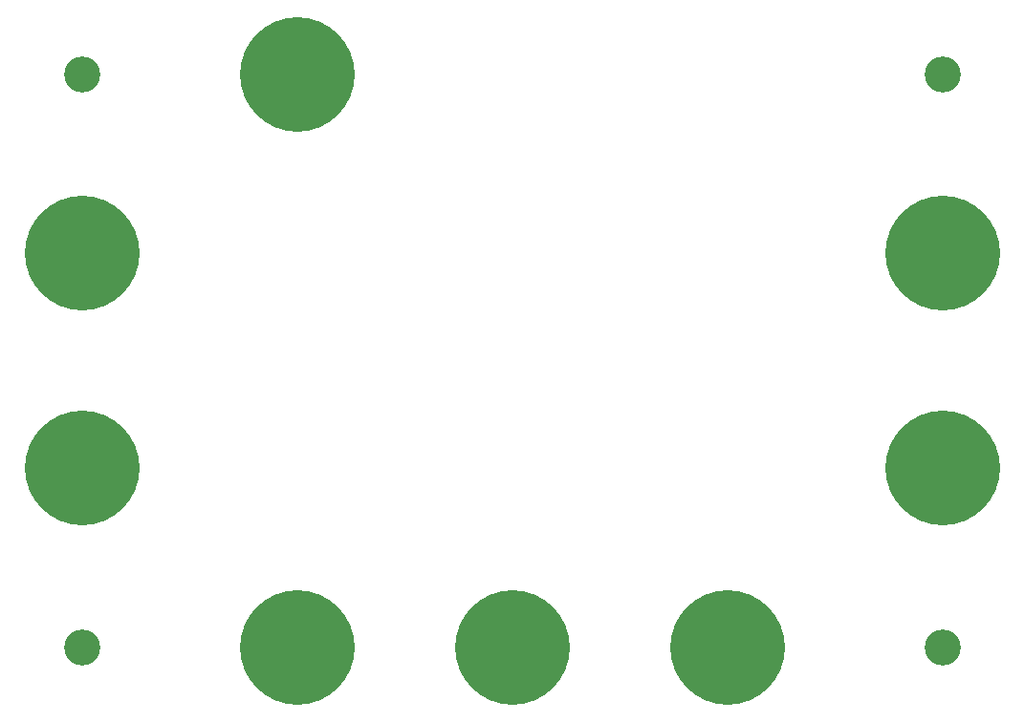
<source format=gbr>
%TF.GenerationSoftware,KiCad,Pcbnew,7.0.9*%
%TF.CreationDate,2023-11-14T16:17:37-06:00*%
%TF.ProjectId,to263-prototype,746f3236-332d-4707-926f-746f74797065,rev?*%
%TF.SameCoordinates,Original*%
%TF.FileFunction,Soldermask,Bot*%
%TF.FilePolarity,Negative*%
%FSLAX46Y46*%
G04 Gerber Fmt 4.6, Leading zero omitted, Abs format (unit mm)*
G04 Created by KiCad (PCBNEW 7.0.9) date 2023-11-14 16:17:37*
%MOMM*%
%LPD*%
G01*
G04 APERTURE LIST*
%ADD10C,3.200000*%
%ADD11C,10.160000*%
G04 APERTURE END LIST*
D10*
%TO.C,REF\u002A\u002A*%
X127000000Y-101600000D03*
%TD*%
D11*
%TO.C,J8*%
X69850000Y-50800000D03*
%TD*%
D10*
%TO.C,REF\u002A\u002A*%
X50800000Y-101600000D03*
%TD*%
%TO.C,REF\u002A\u002A*%
X50800000Y-50800000D03*
%TD*%
D11*
%TO.C,J4*%
X88900000Y-101600000D03*
%TD*%
%TO.C,J1*%
X50800000Y-66675000D03*
%TD*%
%TO.C,J3*%
X69850000Y-101600000D03*
%TD*%
%TO.C,J6*%
X127000000Y-85725000D03*
%TD*%
%TO.C,J5*%
X107950000Y-101600000D03*
%TD*%
D10*
%TO.C,REF\u002A\u002A*%
X127000000Y-50800000D03*
%TD*%
D11*
%TO.C,J2*%
X50800000Y-85725000D03*
%TD*%
%TO.C,J7*%
X127000000Y-66675000D03*
%TD*%
M02*

</source>
